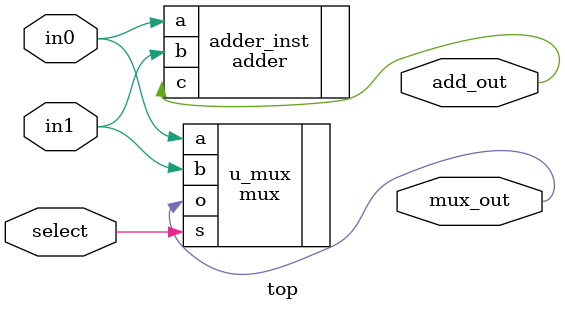
<source format=sv>
module top (
	input logic select,
	input logic in0,
	input logic in1,
	output logic add_out,
	output logic mux_out
);

  adder adder_inst
  (
    .a (in0),
    .b (in1),
    .c (add_out)
  );
	
  mux u_mux
  (
    .s(select),
    .a(in0),
    .b(in1),
    .o(mux_out)
  );

endmodule

</source>
